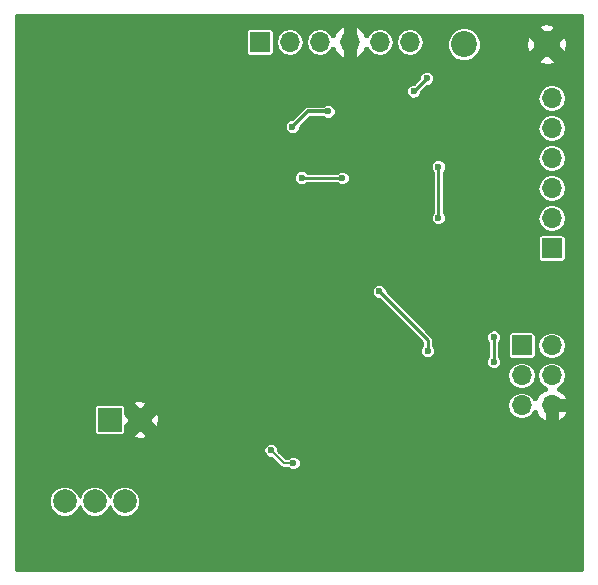
<source format=gbl>
%TF.GenerationSoftware,KiCad,Pcbnew,4.0.7*%
%TF.CreationDate,2018-10-18T17:54:17-04:00*%
%TF.ProjectId,GCEW_Glove,474345575F476C6F76652E6B69636164,1*%
%TF.FileFunction,Copper,L2,Bot,Signal*%
%FSLAX46Y46*%
G04 Gerber Fmt 4.6, Leading zero omitted, Abs format (unit mm)*
G04 Created by KiCad (PCBNEW 4.0.7) date 10/18/18 17:54:17*
%MOMM*%
%LPD*%
G01*
G04 APERTURE LIST*
%ADD10C,0.100000*%
%ADD11R,2.000000X2.000000*%
%ADD12C,2.000000*%
%ADD13R,1.700000X1.700000*%
%ADD14O,1.700000X1.700000*%
%ADD15C,2.200000*%
%ADD16C,0.600000*%
%ADD17C,0.200000*%
%ADD18C,0.300000*%
%ADD19C,0.250000*%
%ADD20C,0.254000*%
G04 APERTURE END LIST*
D10*
D11*
X138480000Y-134770000D03*
D12*
X141020000Y-134770000D03*
D13*
X173350000Y-128500000D03*
D14*
X175890000Y-128500000D03*
X173350000Y-131040000D03*
X175890000Y-131040000D03*
X173350000Y-133580000D03*
X175890000Y-133580000D03*
D13*
X175900000Y-120275000D03*
D14*
X175900000Y-117735000D03*
X175900000Y-115195000D03*
X175900000Y-112655000D03*
X175900000Y-110115000D03*
X175900000Y-107575000D03*
D12*
X137200000Y-141700000D03*
X139740000Y-141700000D03*
X134660000Y-141700000D03*
D15*
X168475000Y-103000000D03*
X175475000Y-103000000D03*
D13*
X151175000Y-102800000D03*
D14*
X153715000Y-102800000D03*
X156255000Y-102800000D03*
X158795000Y-102800000D03*
X161335000Y-102800000D03*
X163875000Y-102800000D03*
D16*
X154025000Y-138450000D03*
X152125000Y-137375000D03*
X156875000Y-136700000D03*
X150050000Y-136300000D03*
X150950000Y-136300000D03*
X149050000Y-136300000D03*
X155010000Y-137270000D03*
X153990000Y-137270000D03*
X155010000Y-135730000D03*
X153990000Y-135740000D03*
X157100000Y-123150000D03*
X162400000Y-122350000D03*
X157000000Y-144600000D03*
X153150000Y-112800000D03*
X149350000Y-142150000D03*
X154250000Y-130100000D03*
X155800000Y-131500000D03*
X154250000Y-132900000D03*
X163500000Y-109800000D03*
X173100000Y-110500000D03*
X171250000Y-123250000D03*
X172500000Y-121350000D03*
X153950000Y-109975000D03*
X156975000Y-108675000D03*
X165325000Y-105875000D03*
X164225000Y-106975000D03*
X158175000Y-114325000D03*
X154725000Y-114300000D03*
X171000000Y-127775000D03*
X171000000Y-129875000D03*
X165400000Y-128975000D03*
X161300000Y-123925000D03*
X166300000Y-113350000D03*
X166300000Y-117700000D03*
D17*
X153200000Y-138450000D02*
X154025000Y-138450000D01*
X152125000Y-137375000D02*
X153200000Y-138450000D01*
D18*
X153950000Y-109975000D02*
X155250000Y-108675000D01*
X155250000Y-108675000D02*
X156975000Y-108675000D01*
D19*
X164225000Y-106975000D02*
X165325000Y-105875000D01*
X154750000Y-114325000D02*
X158175000Y-114325000D01*
X154725000Y-114300000D02*
X154750000Y-114325000D01*
X171000000Y-129875000D02*
X171000000Y-127775000D01*
X165400000Y-128025000D02*
X165400000Y-128975000D01*
X161300000Y-123925000D02*
X165400000Y-128025000D01*
X166300000Y-115825000D02*
X166300000Y-113350000D01*
X166300000Y-117700000D02*
X166300000Y-115825000D01*
D20*
G36*
X178473000Y-147473000D02*
X130527000Y-147473000D01*
X130527000Y-141962798D01*
X133332771Y-141962798D01*
X133534369Y-142450703D01*
X133907334Y-142824319D01*
X134394885Y-143026769D01*
X134922798Y-143027229D01*
X135410703Y-142825631D01*
X135784319Y-142452666D01*
X135930109Y-142101567D01*
X136074369Y-142450703D01*
X136447334Y-142824319D01*
X136934885Y-143026769D01*
X137462798Y-143027229D01*
X137950703Y-142825631D01*
X138324319Y-142452666D01*
X138470109Y-142101567D01*
X138614369Y-142450703D01*
X138987334Y-142824319D01*
X139474885Y-143026769D01*
X140002798Y-143027229D01*
X140490703Y-142825631D01*
X140864319Y-142452666D01*
X141066769Y-141965115D01*
X141067229Y-141437202D01*
X140865631Y-140949297D01*
X140492666Y-140575681D01*
X140005115Y-140373231D01*
X139477202Y-140372771D01*
X138989297Y-140574369D01*
X138615681Y-140947334D01*
X138469891Y-141298433D01*
X138325631Y-140949297D01*
X137952666Y-140575681D01*
X137465115Y-140373231D01*
X136937202Y-140372771D01*
X136449297Y-140574369D01*
X136075681Y-140947334D01*
X135929891Y-141298433D01*
X135785631Y-140949297D01*
X135412666Y-140575681D01*
X134925115Y-140373231D01*
X134397202Y-140372771D01*
X133909297Y-140574369D01*
X133535681Y-140947334D01*
X133333231Y-141434885D01*
X133332771Y-141962798D01*
X130527000Y-141962798D01*
X130527000Y-137499171D01*
X151497891Y-137499171D01*
X151593145Y-137729703D01*
X151769369Y-137906235D01*
X151999735Y-138001891D01*
X152148151Y-138002021D01*
X152898063Y-138751932D01*
X152898065Y-138751935D01*
X152977038Y-138804703D01*
X153036594Y-138844497D01*
X153200000Y-138877001D01*
X153200005Y-138877000D01*
X153565316Y-138877000D01*
X153669369Y-138981235D01*
X153899735Y-139076891D01*
X154149171Y-139077109D01*
X154379703Y-138981855D01*
X154556235Y-138805631D01*
X154651891Y-138575265D01*
X154652109Y-138325829D01*
X154556855Y-138095297D01*
X154380631Y-137918765D01*
X154150265Y-137823109D01*
X153900829Y-137822891D01*
X153670297Y-137918145D01*
X153565259Y-138023000D01*
X153376869Y-138023000D01*
X152751980Y-137398111D01*
X152752109Y-137250829D01*
X152656855Y-137020297D01*
X152480631Y-136843765D01*
X152250265Y-136748109D01*
X152000829Y-136747891D01*
X151770297Y-136843145D01*
X151593765Y-137019369D01*
X151498109Y-137249735D01*
X151497891Y-137499171D01*
X130527000Y-137499171D01*
X130527000Y-136129763D01*
X140367344Y-136129763D01*
X140489764Y-136350458D01*
X141134941Y-136433065D01*
X141550236Y-136350458D01*
X141672656Y-136129763D01*
X141020000Y-135477107D01*
X140367344Y-136129763D01*
X130527000Y-136129763D01*
X130527000Y-133770000D01*
X137146594Y-133770000D01*
X137146594Y-135770000D01*
X137169395Y-135891179D01*
X137241012Y-136002474D01*
X137350286Y-136077138D01*
X137480000Y-136103406D01*
X139480000Y-136103406D01*
X139601179Y-136080605D01*
X139712474Y-136008988D01*
X139787138Y-135899714D01*
X139813406Y-135770000D01*
X139813406Y-135269487D01*
X140312893Y-134770000D01*
X141727107Y-134770000D01*
X142379763Y-135422656D01*
X142600458Y-135300236D01*
X142683065Y-134655059D01*
X142600458Y-134239764D01*
X142379763Y-134117344D01*
X141727107Y-134770000D01*
X140312893Y-134770000D01*
X139813406Y-134270513D01*
X139813406Y-133770000D01*
X139790605Y-133648821D01*
X139718988Y-133537526D01*
X139609714Y-133462862D01*
X139480000Y-133436594D01*
X137480000Y-133436594D01*
X137358821Y-133459395D01*
X137247526Y-133531012D01*
X137172862Y-133640286D01*
X137146594Y-133770000D01*
X130527000Y-133770000D01*
X130527000Y-133410237D01*
X140367344Y-133410237D01*
X141020000Y-134062893D01*
X141502893Y-133580000D01*
X172149941Y-133580000D01*
X172239535Y-134030418D01*
X172494676Y-134412265D01*
X172876523Y-134667406D01*
X173326941Y-134757000D01*
X173373059Y-134757000D01*
X173823477Y-134667406D01*
X174205324Y-134412265D01*
X174421989Y-134088002D01*
X174602159Y-134088002D01*
X174551119Y-134222356D01*
X174784155Y-134571175D01*
X175247639Y-134918915D01*
X175465000Y-134844168D01*
X175465000Y-134005000D01*
X176315000Y-134005000D01*
X176315000Y-134844168D01*
X176532361Y-134918915D01*
X176995845Y-134571175D01*
X177228881Y-134222356D01*
X177146310Y-134005000D01*
X176315000Y-134005000D01*
X175465000Y-134005000D01*
X175362000Y-134005000D01*
X175362000Y-133155000D01*
X175465000Y-133155000D01*
X175465000Y-133052000D01*
X176315000Y-133052000D01*
X176315000Y-133155000D01*
X177146310Y-133155000D01*
X177228881Y-132937644D01*
X176995845Y-132588825D01*
X176532361Y-132241085D01*
X176398002Y-132287289D01*
X176398002Y-132104337D01*
X176745324Y-131872265D01*
X177000465Y-131490418D01*
X177090059Y-131040000D01*
X177000465Y-130589582D01*
X176745324Y-130207735D01*
X176363477Y-129952594D01*
X175913059Y-129863000D01*
X175866941Y-129863000D01*
X175416523Y-129952594D01*
X175034676Y-130207735D01*
X174779535Y-130589582D01*
X174689941Y-131040000D01*
X174779535Y-131490418D01*
X175034676Y-131872265D01*
X175381998Y-132104337D01*
X175381998Y-132287289D01*
X175247639Y-132241085D01*
X174784155Y-132588825D01*
X174551119Y-132937644D01*
X174602159Y-133071998D01*
X174421989Y-133071998D01*
X174205324Y-132747735D01*
X173823477Y-132492594D01*
X173373059Y-132403000D01*
X173326941Y-132403000D01*
X172876523Y-132492594D01*
X172494676Y-132747735D01*
X172239535Y-133129582D01*
X172149941Y-133580000D01*
X141502893Y-133580000D01*
X141672656Y-133410237D01*
X141550236Y-133189542D01*
X140905059Y-133106935D01*
X140489764Y-133189542D01*
X140367344Y-133410237D01*
X130527000Y-133410237D01*
X130527000Y-131040000D01*
X172149941Y-131040000D01*
X172239535Y-131490418D01*
X172494676Y-131872265D01*
X172876523Y-132127406D01*
X173326941Y-132217000D01*
X173373059Y-132217000D01*
X173823477Y-132127406D01*
X174205324Y-131872265D01*
X174460465Y-131490418D01*
X174550059Y-131040000D01*
X174460465Y-130589582D01*
X174205324Y-130207735D01*
X173823477Y-129952594D01*
X173373059Y-129863000D01*
X173326941Y-129863000D01*
X172876523Y-129952594D01*
X172494676Y-130207735D01*
X172239535Y-130589582D01*
X172149941Y-131040000D01*
X130527000Y-131040000D01*
X130527000Y-124049171D01*
X160672891Y-124049171D01*
X160768145Y-124279703D01*
X160944369Y-124456235D01*
X161174735Y-124551891D01*
X161287766Y-124551990D01*
X164948000Y-128212225D01*
X164948000Y-128540272D01*
X164868765Y-128619369D01*
X164773109Y-128849735D01*
X164772891Y-129099171D01*
X164868145Y-129329703D01*
X165044369Y-129506235D01*
X165274735Y-129601891D01*
X165524171Y-129602109D01*
X165754703Y-129506855D01*
X165931235Y-129330631D01*
X166026891Y-129100265D01*
X166027109Y-128850829D01*
X165931855Y-128620297D01*
X165852000Y-128540302D01*
X165852000Y-128025000D01*
X165826972Y-127899171D01*
X170372891Y-127899171D01*
X170468145Y-128129703D01*
X170548000Y-128209698D01*
X170548000Y-129440272D01*
X170468765Y-129519369D01*
X170373109Y-129749735D01*
X170372891Y-129999171D01*
X170468145Y-130229703D01*
X170644369Y-130406235D01*
X170874735Y-130501891D01*
X171124171Y-130502109D01*
X171354703Y-130406855D01*
X171531235Y-130230631D01*
X171626891Y-130000265D01*
X171627109Y-129750829D01*
X171531855Y-129520297D01*
X171452000Y-129440302D01*
X171452000Y-128209728D01*
X171531235Y-128130631D01*
X171626891Y-127900265D01*
X171627109Y-127650829D01*
X171626767Y-127650000D01*
X172166594Y-127650000D01*
X172166594Y-129350000D01*
X172189395Y-129471179D01*
X172261012Y-129582474D01*
X172370286Y-129657138D01*
X172500000Y-129683406D01*
X174200000Y-129683406D01*
X174321179Y-129660605D01*
X174432474Y-129588988D01*
X174507138Y-129479714D01*
X174533406Y-129350000D01*
X174533406Y-128500000D01*
X174689941Y-128500000D01*
X174779535Y-128950418D01*
X175034676Y-129332265D01*
X175416523Y-129587406D01*
X175866941Y-129677000D01*
X175913059Y-129677000D01*
X176363477Y-129587406D01*
X176745324Y-129332265D01*
X177000465Y-128950418D01*
X177090059Y-128500000D01*
X177000465Y-128049582D01*
X176745324Y-127667735D01*
X176363477Y-127412594D01*
X175913059Y-127323000D01*
X175866941Y-127323000D01*
X175416523Y-127412594D01*
X175034676Y-127667735D01*
X174779535Y-128049582D01*
X174689941Y-128500000D01*
X174533406Y-128500000D01*
X174533406Y-127650000D01*
X174510605Y-127528821D01*
X174438988Y-127417526D01*
X174329714Y-127342862D01*
X174200000Y-127316594D01*
X172500000Y-127316594D01*
X172378821Y-127339395D01*
X172267526Y-127411012D01*
X172192862Y-127520286D01*
X172166594Y-127650000D01*
X171626767Y-127650000D01*
X171531855Y-127420297D01*
X171355631Y-127243765D01*
X171125265Y-127148109D01*
X170875829Y-127147891D01*
X170645297Y-127243145D01*
X170468765Y-127419369D01*
X170373109Y-127649735D01*
X170372891Y-127899171D01*
X165826972Y-127899171D01*
X165817594Y-127852027D01*
X165766126Y-127775000D01*
X165719613Y-127705388D01*
X161927011Y-123912787D01*
X161927109Y-123800829D01*
X161831855Y-123570297D01*
X161655631Y-123393765D01*
X161425265Y-123298109D01*
X161175829Y-123297891D01*
X160945297Y-123393145D01*
X160768765Y-123569369D01*
X160673109Y-123799735D01*
X160672891Y-124049171D01*
X130527000Y-124049171D01*
X130527000Y-119425000D01*
X174716594Y-119425000D01*
X174716594Y-121125000D01*
X174739395Y-121246179D01*
X174811012Y-121357474D01*
X174920286Y-121432138D01*
X175050000Y-121458406D01*
X176750000Y-121458406D01*
X176871179Y-121435605D01*
X176982474Y-121363988D01*
X177057138Y-121254714D01*
X177083406Y-121125000D01*
X177083406Y-119425000D01*
X177060605Y-119303821D01*
X176988988Y-119192526D01*
X176879714Y-119117862D01*
X176750000Y-119091594D01*
X175050000Y-119091594D01*
X174928821Y-119114395D01*
X174817526Y-119186012D01*
X174742862Y-119295286D01*
X174716594Y-119425000D01*
X130527000Y-119425000D01*
X130527000Y-114424171D01*
X154097891Y-114424171D01*
X154193145Y-114654703D01*
X154369369Y-114831235D01*
X154599735Y-114926891D01*
X154849171Y-114927109D01*
X155079703Y-114831855D01*
X155134654Y-114777000D01*
X157740272Y-114777000D01*
X157819369Y-114856235D01*
X158049735Y-114951891D01*
X158299171Y-114952109D01*
X158529703Y-114856855D01*
X158706235Y-114680631D01*
X158801891Y-114450265D01*
X158802109Y-114200829D01*
X158706855Y-113970297D01*
X158530631Y-113793765D01*
X158300265Y-113698109D01*
X158050829Y-113697891D01*
X157820297Y-113793145D01*
X157740302Y-113873000D01*
X155184684Y-113873000D01*
X155080631Y-113768765D01*
X154850265Y-113673109D01*
X154600829Y-113672891D01*
X154370297Y-113768145D01*
X154193765Y-113944369D01*
X154098109Y-114174735D01*
X154097891Y-114424171D01*
X130527000Y-114424171D01*
X130527000Y-113474171D01*
X165672891Y-113474171D01*
X165768145Y-113704703D01*
X165848000Y-113784698D01*
X165848000Y-117265272D01*
X165768765Y-117344369D01*
X165673109Y-117574735D01*
X165672891Y-117824171D01*
X165768145Y-118054703D01*
X165944369Y-118231235D01*
X166174735Y-118326891D01*
X166424171Y-118327109D01*
X166654703Y-118231855D01*
X166831235Y-118055631D01*
X166926891Y-117825265D01*
X166926969Y-117735000D01*
X174699941Y-117735000D01*
X174789535Y-118185418D01*
X175044676Y-118567265D01*
X175426523Y-118822406D01*
X175876941Y-118912000D01*
X175923059Y-118912000D01*
X176373477Y-118822406D01*
X176755324Y-118567265D01*
X177010465Y-118185418D01*
X177100059Y-117735000D01*
X177010465Y-117284582D01*
X176755324Y-116902735D01*
X176373477Y-116647594D01*
X175923059Y-116558000D01*
X175876941Y-116558000D01*
X175426523Y-116647594D01*
X175044676Y-116902735D01*
X174789535Y-117284582D01*
X174699941Y-117735000D01*
X166926969Y-117735000D01*
X166927109Y-117575829D01*
X166831855Y-117345297D01*
X166752000Y-117265302D01*
X166752000Y-115195000D01*
X174699941Y-115195000D01*
X174789535Y-115645418D01*
X175044676Y-116027265D01*
X175426523Y-116282406D01*
X175876941Y-116372000D01*
X175923059Y-116372000D01*
X176373477Y-116282406D01*
X176755324Y-116027265D01*
X177010465Y-115645418D01*
X177100059Y-115195000D01*
X177010465Y-114744582D01*
X176755324Y-114362735D01*
X176373477Y-114107594D01*
X175923059Y-114018000D01*
X175876941Y-114018000D01*
X175426523Y-114107594D01*
X175044676Y-114362735D01*
X174789535Y-114744582D01*
X174699941Y-115195000D01*
X166752000Y-115195000D01*
X166752000Y-113784728D01*
X166831235Y-113705631D01*
X166926891Y-113475265D01*
X166927109Y-113225829D01*
X166831855Y-112995297D01*
X166655631Y-112818765D01*
X166425265Y-112723109D01*
X166175829Y-112722891D01*
X165945297Y-112818145D01*
X165768765Y-112994369D01*
X165673109Y-113224735D01*
X165672891Y-113474171D01*
X130527000Y-113474171D01*
X130527000Y-112655000D01*
X174699941Y-112655000D01*
X174789535Y-113105418D01*
X175044676Y-113487265D01*
X175426523Y-113742406D01*
X175876941Y-113832000D01*
X175923059Y-113832000D01*
X176373477Y-113742406D01*
X176755324Y-113487265D01*
X177010465Y-113105418D01*
X177100059Y-112655000D01*
X177010465Y-112204582D01*
X176755324Y-111822735D01*
X176373477Y-111567594D01*
X175923059Y-111478000D01*
X175876941Y-111478000D01*
X175426523Y-111567594D01*
X175044676Y-111822735D01*
X174789535Y-112204582D01*
X174699941Y-112655000D01*
X130527000Y-112655000D01*
X130527000Y-110099171D01*
X153322891Y-110099171D01*
X153418145Y-110329703D01*
X153594369Y-110506235D01*
X153824735Y-110601891D01*
X154074171Y-110602109D01*
X154304703Y-110506855D01*
X154481235Y-110330631D01*
X154570772Y-110115000D01*
X174699941Y-110115000D01*
X174789535Y-110565418D01*
X175044676Y-110947265D01*
X175426523Y-111202406D01*
X175876941Y-111292000D01*
X175923059Y-111292000D01*
X176373477Y-111202406D01*
X176755324Y-110947265D01*
X177010465Y-110565418D01*
X177100059Y-110115000D01*
X177010465Y-109664582D01*
X176755324Y-109282735D01*
X176373477Y-109027594D01*
X175923059Y-108938000D01*
X175876941Y-108938000D01*
X175426523Y-109027594D01*
X175044676Y-109282735D01*
X174789535Y-109664582D01*
X174699941Y-110115000D01*
X154570772Y-110115000D01*
X154576891Y-110100265D01*
X154576959Y-110022621D01*
X155447580Y-109152000D01*
X156565229Y-109152000D01*
X156619369Y-109206235D01*
X156849735Y-109301891D01*
X157099171Y-109302109D01*
X157329703Y-109206855D01*
X157506235Y-109030631D01*
X157601891Y-108800265D01*
X157602109Y-108550829D01*
X157506855Y-108320297D01*
X157330631Y-108143765D01*
X157100265Y-108048109D01*
X156850829Y-108047891D01*
X156620297Y-108143145D01*
X156565346Y-108198000D01*
X155250000Y-108198000D01*
X155067460Y-108234309D01*
X154912710Y-108337710D01*
X153902462Y-109347958D01*
X153825829Y-109347891D01*
X153595297Y-109443145D01*
X153418765Y-109619369D01*
X153323109Y-109849735D01*
X153322891Y-110099171D01*
X130527000Y-110099171D01*
X130527000Y-107099171D01*
X163597891Y-107099171D01*
X163693145Y-107329703D01*
X163869369Y-107506235D01*
X164099735Y-107601891D01*
X164349171Y-107602109D01*
X164414779Y-107575000D01*
X174699941Y-107575000D01*
X174789535Y-108025418D01*
X175044676Y-108407265D01*
X175426523Y-108662406D01*
X175876941Y-108752000D01*
X175923059Y-108752000D01*
X176373477Y-108662406D01*
X176755324Y-108407265D01*
X177010465Y-108025418D01*
X177100059Y-107575000D01*
X177010465Y-107124582D01*
X176755324Y-106742735D01*
X176373477Y-106487594D01*
X175923059Y-106398000D01*
X175876941Y-106398000D01*
X175426523Y-106487594D01*
X175044676Y-106742735D01*
X174789535Y-107124582D01*
X174699941Y-107575000D01*
X164414779Y-107575000D01*
X164579703Y-107506855D01*
X164756235Y-107330631D01*
X164851891Y-107100265D01*
X164851990Y-106987234D01*
X165337213Y-106502011D01*
X165449171Y-106502109D01*
X165679703Y-106406855D01*
X165856235Y-106230631D01*
X165951891Y-106000265D01*
X165952109Y-105750829D01*
X165856855Y-105520297D01*
X165680631Y-105343765D01*
X165450265Y-105248109D01*
X165200829Y-105247891D01*
X164970297Y-105343145D01*
X164793765Y-105519369D01*
X164698109Y-105749735D01*
X164698010Y-105862766D01*
X164212787Y-106347989D01*
X164100829Y-106347891D01*
X163870297Y-106443145D01*
X163693765Y-106619369D01*
X163598109Y-106849735D01*
X163597891Y-107099171D01*
X130527000Y-107099171D01*
X130527000Y-104439676D01*
X174753745Y-104439676D01*
X174889990Y-104669459D01*
X175573395Y-104766252D01*
X176060010Y-104669459D01*
X176196255Y-104439676D01*
X175475000Y-103718420D01*
X174753745Y-104439676D01*
X130527000Y-104439676D01*
X130527000Y-101950000D01*
X149991594Y-101950000D01*
X149991594Y-103650000D01*
X150014395Y-103771179D01*
X150086012Y-103882474D01*
X150195286Y-103957138D01*
X150325000Y-103983406D01*
X152025000Y-103983406D01*
X152146179Y-103960605D01*
X152257474Y-103888988D01*
X152332138Y-103779714D01*
X152358406Y-103650000D01*
X152358406Y-102776941D01*
X152538000Y-102776941D01*
X152538000Y-102823059D01*
X152627594Y-103273477D01*
X152882735Y-103655324D01*
X153264582Y-103910465D01*
X153715000Y-104000059D01*
X154165418Y-103910465D01*
X154547265Y-103655324D01*
X154802406Y-103273477D01*
X154892000Y-102823059D01*
X154892000Y-102776941D01*
X155078000Y-102776941D01*
X155078000Y-102823059D01*
X155167594Y-103273477D01*
X155422735Y-103655324D01*
X155804582Y-103910465D01*
X156255000Y-104000059D01*
X156705418Y-103910465D01*
X157087265Y-103655324D01*
X157319337Y-103308002D01*
X157502289Y-103308002D01*
X157456085Y-103442361D01*
X157803825Y-103905845D01*
X158152644Y-104138881D01*
X158370000Y-104056310D01*
X158370000Y-103225000D01*
X158267000Y-103225000D01*
X158267000Y-102375000D01*
X158370000Y-102375000D01*
X158370000Y-101543690D01*
X159220000Y-101543690D01*
X159220000Y-102375000D01*
X159323000Y-102375000D01*
X159323000Y-103225000D01*
X159220000Y-103225000D01*
X159220000Y-104056310D01*
X159437356Y-104138881D01*
X159786175Y-103905845D01*
X160133915Y-103442361D01*
X160087711Y-103308002D01*
X160270663Y-103308002D01*
X160502735Y-103655324D01*
X160884582Y-103910465D01*
X161335000Y-104000059D01*
X161785418Y-103910465D01*
X162167265Y-103655324D01*
X162422406Y-103273477D01*
X162512000Y-102823059D01*
X162512000Y-102776941D01*
X162698000Y-102776941D01*
X162698000Y-102823059D01*
X162787594Y-103273477D01*
X163042735Y-103655324D01*
X163424582Y-103910465D01*
X163875000Y-104000059D01*
X164325418Y-103910465D01*
X164707265Y-103655324D01*
X164956308Y-103282603D01*
X167047752Y-103282603D01*
X167264543Y-103807275D01*
X167665614Y-104209047D01*
X168189907Y-104426752D01*
X168757603Y-104427248D01*
X169282275Y-104210457D01*
X169684047Y-103809386D01*
X169901752Y-103285093D01*
X169901915Y-103098395D01*
X173708748Y-103098395D01*
X173805541Y-103585010D01*
X174035324Y-103721255D01*
X174756580Y-103000000D01*
X176193420Y-103000000D01*
X176914676Y-103721255D01*
X177144459Y-103585010D01*
X177241252Y-102901605D01*
X177144459Y-102414990D01*
X176914676Y-102278745D01*
X176193420Y-103000000D01*
X174756580Y-103000000D01*
X174035324Y-102278745D01*
X173805541Y-102414990D01*
X173708748Y-103098395D01*
X169901915Y-103098395D01*
X169902248Y-102717397D01*
X169685457Y-102192725D01*
X169284386Y-101790953D01*
X168760093Y-101573248D01*
X168192397Y-101572752D01*
X167667725Y-101789543D01*
X167265953Y-102190614D01*
X167048248Y-102714907D01*
X167047752Y-103282603D01*
X164956308Y-103282603D01*
X164962406Y-103273477D01*
X165052000Y-102823059D01*
X165052000Y-102776941D01*
X164962406Y-102326523D01*
X164707265Y-101944676D01*
X164325418Y-101689535D01*
X163875000Y-101599941D01*
X163424582Y-101689535D01*
X163042735Y-101944676D01*
X162787594Y-102326523D01*
X162698000Y-102776941D01*
X162512000Y-102776941D01*
X162422406Y-102326523D01*
X162167265Y-101944676D01*
X161785418Y-101689535D01*
X161335000Y-101599941D01*
X160884582Y-101689535D01*
X160502735Y-101944676D01*
X160270663Y-102291998D01*
X160087711Y-102291998D01*
X160133915Y-102157639D01*
X159786175Y-101694155D01*
X159585851Y-101560324D01*
X174753745Y-101560324D01*
X175475000Y-102281580D01*
X176196255Y-101560324D01*
X176060010Y-101330541D01*
X175376605Y-101233748D01*
X174889990Y-101330541D01*
X174753745Y-101560324D01*
X159585851Y-101560324D01*
X159437356Y-101461119D01*
X159220000Y-101543690D01*
X158370000Y-101543690D01*
X158152644Y-101461119D01*
X157803825Y-101694155D01*
X157456085Y-102157639D01*
X157502289Y-102291998D01*
X157319337Y-102291998D01*
X157087265Y-101944676D01*
X156705418Y-101689535D01*
X156255000Y-101599941D01*
X155804582Y-101689535D01*
X155422735Y-101944676D01*
X155167594Y-102326523D01*
X155078000Y-102776941D01*
X154892000Y-102776941D01*
X154802406Y-102326523D01*
X154547265Y-101944676D01*
X154165418Y-101689535D01*
X153715000Y-101599941D01*
X153264582Y-101689535D01*
X152882735Y-101944676D01*
X152627594Y-102326523D01*
X152538000Y-102776941D01*
X152358406Y-102776941D01*
X152358406Y-101950000D01*
X152335605Y-101828821D01*
X152263988Y-101717526D01*
X152154714Y-101642862D01*
X152025000Y-101616594D01*
X150325000Y-101616594D01*
X150203821Y-101639395D01*
X150092526Y-101711012D01*
X150017862Y-101820286D01*
X149991594Y-101950000D01*
X130527000Y-101950000D01*
X130527000Y-100527000D01*
X178473000Y-100527000D01*
X178473000Y-147473000D01*
X178473000Y-147473000D01*
G37*
X178473000Y-147473000D02*
X130527000Y-147473000D01*
X130527000Y-141962798D01*
X133332771Y-141962798D01*
X133534369Y-142450703D01*
X133907334Y-142824319D01*
X134394885Y-143026769D01*
X134922798Y-143027229D01*
X135410703Y-142825631D01*
X135784319Y-142452666D01*
X135930109Y-142101567D01*
X136074369Y-142450703D01*
X136447334Y-142824319D01*
X136934885Y-143026769D01*
X137462798Y-143027229D01*
X137950703Y-142825631D01*
X138324319Y-142452666D01*
X138470109Y-142101567D01*
X138614369Y-142450703D01*
X138987334Y-142824319D01*
X139474885Y-143026769D01*
X140002798Y-143027229D01*
X140490703Y-142825631D01*
X140864319Y-142452666D01*
X141066769Y-141965115D01*
X141067229Y-141437202D01*
X140865631Y-140949297D01*
X140492666Y-140575681D01*
X140005115Y-140373231D01*
X139477202Y-140372771D01*
X138989297Y-140574369D01*
X138615681Y-140947334D01*
X138469891Y-141298433D01*
X138325631Y-140949297D01*
X137952666Y-140575681D01*
X137465115Y-140373231D01*
X136937202Y-140372771D01*
X136449297Y-140574369D01*
X136075681Y-140947334D01*
X135929891Y-141298433D01*
X135785631Y-140949297D01*
X135412666Y-140575681D01*
X134925115Y-140373231D01*
X134397202Y-140372771D01*
X133909297Y-140574369D01*
X133535681Y-140947334D01*
X133333231Y-141434885D01*
X133332771Y-141962798D01*
X130527000Y-141962798D01*
X130527000Y-137499171D01*
X151497891Y-137499171D01*
X151593145Y-137729703D01*
X151769369Y-137906235D01*
X151999735Y-138001891D01*
X152148151Y-138002021D01*
X152898063Y-138751932D01*
X152898065Y-138751935D01*
X152977038Y-138804703D01*
X153036594Y-138844497D01*
X153200000Y-138877001D01*
X153200005Y-138877000D01*
X153565316Y-138877000D01*
X153669369Y-138981235D01*
X153899735Y-139076891D01*
X154149171Y-139077109D01*
X154379703Y-138981855D01*
X154556235Y-138805631D01*
X154651891Y-138575265D01*
X154652109Y-138325829D01*
X154556855Y-138095297D01*
X154380631Y-137918765D01*
X154150265Y-137823109D01*
X153900829Y-137822891D01*
X153670297Y-137918145D01*
X153565259Y-138023000D01*
X153376869Y-138023000D01*
X152751980Y-137398111D01*
X152752109Y-137250829D01*
X152656855Y-137020297D01*
X152480631Y-136843765D01*
X152250265Y-136748109D01*
X152000829Y-136747891D01*
X151770297Y-136843145D01*
X151593765Y-137019369D01*
X151498109Y-137249735D01*
X151497891Y-137499171D01*
X130527000Y-137499171D01*
X130527000Y-136129763D01*
X140367344Y-136129763D01*
X140489764Y-136350458D01*
X141134941Y-136433065D01*
X141550236Y-136350458D01*
X141672656Y-136129763D01*
X141020000Y-135477107D01*
X140367344Y-136129763D01*
X130527000Y-136129763D01*
X130527000Y-133770000D01*
X137146594Y-133770000D01*
X137146594Y-135770000D01*
X137169395Y-135891179D01*
X137241012Y-136002474D01*
X137350286Y-136077138D01*
X137480000Y-136103406D01*
X139480000Y-136103406D01*
X139601179Y-136080605D01*
X139712474Y-136008988D01*
X139787138Y-135899714D01*
X139813406Y-135770000D01*
X139813406Y-135269487D01*
X140312893Y-134770000D01*
X141727107Y-134770000D01*
X142379763Y-135422656D01*
X142600458Y-135300236D01*
X142683065Y-134655059D01*
X142600458Y-134239764D01*
X142379763Y-134117344D01*
X141727107Y-134770000D01*
X140312893Y-134770000D01*
X139813406Y-134270513D01*
X139813406Y-133770000D01*
X139790605Y-133648821D01*
X139718988Y-133537526D01*
X139609714Y-133462862D01*
X139480000Y-133436594D01*
X137480000Y-133436594D01*
X137358821Y-133459395D01*
X137247526Y-133531012D01*
X137172862Y-133640286D01*
X137146594Y-133770000D01*
X130527000Y-133770000D01*
X130527000Y-133410237D01*
X140367344Y-133410237D01*
X141020000Y-134062893D01*
X141502893Y-133580000D01*
X172149941Y-133580000D01*
X172239535Y-134030418D01*
X172494676Y-134412265D01*
X172876523Y-134667406D01*
X173326941Y-134757000D01*
X173373059Y-134757000D01*
X173823477Y-134667406D01*
X174205324Y-134412265D01*
X174421989Y-134088002D01*
X174602159Y-134088002D01*
X174551119Y-134222356D01*
X174784155Y-134571175D01*
X175247639Y-134918915D01*
X175465000Y-134844168D01*
X175465000Y-134005000D01*
X176315000Y-134005000D01*
X176315000Y-134844168D01*
X176532361Y-134918915D01*
X176995845Y-134571175D01*
X177228881Y-134222356D01*
X177146310Y-134005000D01*
X176315000Y-134005000D01*
X175465000Y-134005000D01*
X175362000Y-134005000D01*
X175362000Y-133155000D01*
X175465000Y-133155000D01*
X175465000Y-133052000D01*
X176315000Y-133052000D01*
X176315000Y-133155000D01*
X177146310Y-133155000D01*
X177228881Y-132937644D01*
X176995845Y-132588825D01*
X176532361Y-132241085D01*
X176398002Y-132287289D01*
X176398002Y-132104337D01*
X176745324Y-131872265D01*
X177000465Y-131490418D01*
X177090059Y-131040000D01*
X177000465Y-130589582D01*
X176745324Y-130207735D01*
X176363477Y-129952594D01*
X175913059Y-129863000D01*
X175866941Y-129863000D01*
X175416523Y-129952594D01*
X175034676Y-130207735D01*
X174779535Y-130589582D01*
X174689941Y-131040000D01*
X174779535Y-131490418D01*
X175034676Y-131872265D01*
X175381998Y-132104337D01*
X175381998Y-132287289D01*
X175247639Y-132241085D01*
X174784155Y-132588825D01*
X174551119Y-132937644D01*
X174602159Y-133071998D01*
X174421989Y-133071998D01*
X174205324Y-132747735D01*
X173823477Y-132492594D01*
X173373059Y-132403000D01*
X173326941Y-132403000D01*
X172876523Y-132492594D01*
X172494676Y-132747735D01*
X172239535Y-133129582D01*
X172149941Y-133580000D01*
X141502893Y-133580000D01*
X141672656Y-133410237D01*
X141550236Y-133189542D01*
X140905059Y-133106935D01*
X140489764Y-133189542D01*
X140367344Y-133410237D01*
X130527000Y-133410237D01*
X130527000Y-131040000D01*
X172149941Y-131040000D01*
X172239535Y-131490418D01*
X172494676Y-131872265D01*
X172876523Y-132127406D01*
X173326941Y-132217000D01*
X173373059Y-132217000D01*
X173823477Y-132127406D01*
X174205324Y-131872265D01*
X174460465Y-131490418D01*
X174550059Y-131040000D01*
X174460465Y-130589582D01*
X174205324Y-130207735D01*
X173823477Y-129952594D01*
X173373059Y-129863000D01*
X173326941Y-129863000D01*
X172876523Y-129952594D01*
X172494676Y-130207735D01*
X172239535Y-130589582D01*
X172149941Y-131040000D01*
X130527000Y-131040000D01*
X130527000Y-124049171D01*
X160672891Y-124049171D01*
X160768145Y-124279703D01*
X160944369Y-124456235D01*
X161174735Y-124551891D01*
X161287766Y-124551990D01*
X164948000Y-128212225D01*
X164948000Y-128540272D01*
X164868765Y-128619369D01*
X164773109Y-128849735D01*
X164772891Y-129099171D01*
X164868145Y-129329703D01*
X165044369Y-129506235D01*
X165274735Y-129601891D01*
X165524171Y-129602109D01*
X165754703Y-129506855D01*
X165931235Y-129330631D01*
X166026891Y-129100265D01*
X166027109Y-128850829D01*
X165931855Y-128620297D01*
X165852000Y-128540302D01*
X165852000Y-128025000D01*
X165826972Y-127899171D01*
X170372891Y-127899171D01*
X170468145Y-128129703D01*
X170548000Y-128209698D01*
X170548000Y-129440272D01*
X170468765Y-129519369D01*
X170373109Y-129749735D01*
X170372891Y-129999171D01*
X170468145Y-130229703D01*
X170644369Y-130406235D01*
X170874735Y-130501891D01*
X171124171Y-130502109D01*
X171354703Y-130406855D01*
X171531235Y-130230631D01*
X171626891Y-130000265D01*
X171627109Y-129750829D01*
X171531855Y-129520297D01*
X171452000Y-129440302D01*
X171452000Y-128209728D01*
X171531235Y-128130631D01*
X171626891Y-127900265D01*
X171627109Y-127650829D01*
X171626767Y-127650000D01*
X172166594Y-127650000D01*
X172166594Y-129350000D01*
X172189395Y-129471179D01*
X172261012Y-129582474D01*
X172370286Y-129657138D01*
X172500000Y-129683406D01*
X174200000Y-129683406D01*
X174321179Y-129660605D01*
X174432474Y-129588988D01*
X174507138Y-129479714D01*
X174533406Y-129350000D01*
X174533406Y-128500000D01*
X174689941Y-128500000D01*
X174779535Y-128950418D01*
X175034676Y-129332265D01*
X175416523Y-129587406D01*
X175866941Y-129677000D01*
X175913059Y-129677000D01*
X176363477Y-129587406D01*
X176745324Y-129332265D01*
X177000465Y-128950418D01*
X177090059Y-128500000D01*
X177000465Y-128049582D01*
X176745324Y-127667735D01*
X176363477Y-127412594D01*
X175913059Y-127323000D01*
X175866941Y-127323000D01*
X175416523Y-127412594D01*
X175034676Y-127667735D01*
X174779535Y-128049582D01*
X174689941Y-128500000D01*
X174533406Y-128500000D01*
X174533406Y-127650000D01*
X174510605Y-127528821D01*
X174438988Y-127417526D01*
X174329714Y-127342862D01*
X174200000Y-127316594D01*
X172500000Y-127316594D01*
X172378821Y-127339395D01*
X172267526Y-127411012D01*
X172192862Y-127520286D01*
X172166594Y-127650000D01*
X171626767Y-127650000D01*
X171531855Y-127420297D01*
X171355631Y-127243765D01*
X171125265Y-127148109D01*
X170875829Y-127147891D01*
X170645297Y-127243145D01*
X170468765Y-127419369D01*
X170373109Y-127649735D01*
X170372891Y-127899171D01*
X165826972Y-127899171D01*
X165817594Y-127852027D01*
X165766126Y-127775000D01*
X165719613Y-127705388D01*
X161927011Y-123912787D01*
X161927109Y-123800829D01*
X161831855Y-123570297D01*
X161655631Y-123393765D01*
X161425265Y-123298109D01*
X161175829Y-123297891D01*
X160945297Y-123393145D01*
X160768765Y-123569369D01*
X160673109Y-123799735D01*
X160672891Y-124049171D01*
X130527000Y-124049171D01*
X130527000Y-119425000D01*
X174716594Y-119425000D01*
X174716594Y-121125000D01*
X174739395Y-121246179D01*
X174811012Y-121357474D01*
X174920286Y-121432138D01*
X175050000Y-121458406D01*
X176750000Y-121458406D01*
X176871179Y-121435605D01*
X176982474Y-121363988D01*
X177057138Y-121254714D01*
X177083406Y-121125000D01*
X177083406Y-119425000D01*
X177060605Y-119303821D01*
X176988988Y-119192526D01*
X176879714Y-119117862D01*
X176750000Y-119091594D01*
X175050000Y-119091594D01*
X174928821Y-119114395D01*
X174817526Y-119186012D01*
X174742862Y-119295286D01*
X174716594Y-119425000D01*
X130527000Y-119425000D01*
X130527000Y-114424171D01*
X154097891Y-114424171D01*
X154193145Y-114654703D01*
X154369369Y-114831235D01*
X154599735Y-114926891D01*
X154849171Y-114927109D01*
X155079703Y-114831855D01*
X155134654Y-114777000D01*
X157740272Y-114777000D01*
X157819369Y-114856235D01*
X158049735Y-114951891D01*
X158299171Y-114952109D01*
X158529703Y-114856855D01*
X158706235Y-114680631D01*
X158801891Y-114450265D01*
X158802109Y-114200829D01*
X158706855Y-113970297D01*
X158530631Y-113793765D01*
X158300265Y-113698109D01*
X158050829Y-113697891D01*
X157820297Y-113793145D01*
X157740302Y-113873000D01*
X155184684Y-113873000D01*
X155080631Y-113768765D01*
X154850265Y-113673109D01*
X154600829Y-113672891D01*
X154370297Y-113768145D01*
X154193765Y-113944369D01*
X154098109Y-114174735D01*
X154097891Y-114424171D01*
X130527000Y-114424171D01*
X130527000Y-113474171D01*
X165672891Y-113474171D01*
X165768145Y-113704703D01*
X165848000Y-113784698D01*
X165848000Y-117265272D01*
X165768765Y-117344369D01*
X165673109Y-117574735D01*
X165672891Y-117824171D01*
X165768145Y-118054703D01*
X165944369Y-118231235D01*
X166174735Y-118326891D01*
X166424171Y-118327109D01*
X166654703Y-118231855D01*
X166831235Y-118055631D01*
X166926891Y-117825265D01*
X166926969Y-117735000D01*
X174699941Y-117735000D01*
X174789535Y-118185418D01*
X175044676Y-118567265D01*
X175426523Y-118822406D01*
X175876941Y-118912000D01*
X175923059Y-118912000D01*
X176373477Y-118822406D01*
X176755324Y-118567265D01*
X177010465Y-118185418D01*
X177100059Y-117735000D01*
X177010465Y-117284582D01*
X176755324Y-116902735D01*
X176373477Y-116647594D01*
X175923059Y-116558000D01*
X175876941Y-116558000D01*
X175426523Y-116647594D01*
X175044676Y-116902735D01*
X174789535Y-117284582D01*
X174699941Y-117735000D01*
X166926969Y-117735000D01*
X166927109Y-117575829D01*
X166831855Y-117345297D01*
X166752000Y-117265302D01*
X166752000Y-115195000D01*
X174699941Y-115195000D01*
X174789535Y-115645418D01*
X175044676Y-116027265D01*
X175426523Y-116282406D01*
X175876941Y-116372000D01*
X175923059Y-116372000D01*
X176373477Y-116282406D01*
X176755324Y-116027265D01*
X177010465Y-115645418D01*
X177100059Y-115195000D01*
X177010465Y-114744582D01*
X176755324Y-114362735D01*
X176373477Y-114107594D01*
X175923059Y-114018000D01*
X175876941Y-114018000D01*
X175426523Y-114107594D01*
X175044676Y-114362735D01*
X174789535Y-114744582D01*
X174699941Y-115195000D01*
X166752000Y-115195000D01*
X166752000Y-113784728D01*
X166831235Y-113705631D01*
X166926891Y-113475265D01*
X166927109Y-113225829D01*
X166831855Y-112995297D01*
X166655631Y-112818765D01*
X166425265Y-112723109D01*
X166175829Y-112722891D01*
X165945297Y-112818145D01*
X165768765Y-112994369D01*
X165673109Y-113224735D01*
X165672891Y-113474171D01*
X130527000Y-113474171D01*
X130527000Y-112655000D01*
X174699941Y-112655000D01*
X174789535Y-113105418D01*
X175044676Y-113487265D01*
X175426523Y-113742406D01*
X175876941Y-113832000D01*
X175923059Y-113832000D01*
X176373477Y-113742406D01*
X176755324Y-113487265D01*
X177010465Y-113105418D01*
X177100059Y-112655000D01*
X177010465Y-112204582D01*
X176755324Y-111822735D01*
X176373477Y-111567594D01*
X175923059Y-111478000D01*
X175876941Y-111478000D01*
X175426523Y-111567594D01*
X175044676Y-111822735D01*
X174789535Y-112204582D01*
X174699941Y-112655000D01*
X130527000Y-112655000D01*
X130527000Y-110099171D01*
X153322891Y-110099171D01*
X153418145Y-110329703D01*
X153594369Y-110506235D01*
X153824735Y-110601891D01*
X154074171Y-110602109D01*
X154304703Y-110506855D01*
X154481235Y-110330631D01*
X154570772Y-110115000D01*
X174699941Y-110115000D01*
X174789535Y-110565418D01*
X175044676Y-110947265D01*
X175426523Y-111202406D01*
X175876941Y-111292000D01*
X175923059Y-111292000D01*
X176373477Y-111202406D01*
X176755324Y-110947265D01*
X177010465Y-110565418D01*
X177100059Y-110115000D01*
X177010465Y-109664582D01*
X176755324Y-109282735D01*
X176373477Y-109027594D01*
X175923059Y-108938000D01*
X175876941Y-108938000D01*
X175426523Y-109027594D01*
X175044676Y-109282735D01*
X174789535Y-109664582D01*
X174699941Y-110115000D01*
X154570772Y-110115000D01*
X154576891Y-110100265D01*
X154576959Y-110022621D01*
X155447580Y-109152000D01*
X156565229Y-109152000D01*
X156619369Y-109206235D01*
X156849735Y-109301891D01*
X157099171Y-109302109D01*
X157329703Y-109206855D01*
X157506235Y-109030631D01*
X157601891Y-108800265D01*
X157602109Y-108550829D01*
X157506855Y-108320297D01*
X157330631Y-108143765D01*
X157100265Y-108048109D01*
X156850829Y-108047891D01*
X156620297Y-108143145D01*
X156565346Y-108198000D01*
X155250000Y-108198000D01*
X155067460Y-108234309D01*
X154912710Y-108337710D01*
X153902462Y-109347958D01*
X153825829Y-109347891D01*
X153595297Y-109443145D01*
X153418765Y-109619369D01*
X153323109Y-109849735D01*
X153322891Y-110099171D01*
X130527000Y-110099171D01*
X130527000Y-107099171D01*
X163597891Y-107099171D01*
X163693145Y-107329703D01*
X163869369Y-107506235D01*
X164099735Y-107601891D01*
X164349171Y-107602109D01*
X164414779Y-107575000D01*
X174699941Y-107575000D01*
X174789535Y-108025418D01*
X175044676Y-108407265D01*
X175426523Y-108662406D01*
X175876941Y-108752000D01*
X175923059Y-108752000D01*
X176373477Y-108662406D01*
X176755324Y-108407265D01*
X177010465Y-108025418D01*
X177100059Y-107575000D01*
X177010465Y-107124582D01*
X176755324Y-106742735D01*
X176373477Y-106487594D01*
X175923059Y-106398000D01*
X175876941Y-106398000D01*
X175426523Y-106487594D01*
X175044676Y-106742735D01*
X174789535Y-107124582D01*
X174699941Y-107575000D01*
X164414779Y-107575000D01*
X164579703Y-107506855D01*
X164756235Y-107330631D01*
X164851891Y-107100265D01*
X164851990Y-106987234D01*
X165337213Y-106502011D01*
X165449171Y-106502109D01*
X165679703Y-106406855D01*
X165856235Y-106230631D01*
X165951891Y-106000265D01*
X165952109Y-105750829D01*
X165856855Y-105520297D01*
X165680631Y-105343765D01*
X165450265Y-105248109D01*
X165200829Y-105247891D01*
X164970297Y-105343145D01*
X164793765Y-105519369D01*
X164698109Y-105749735D01*
X164698010Y-105862766D01*
X164212787Y-106347989D01*
X164100829Y-106347891D01*
X163870297Y-106443145D01*
X163693765Y-106619369D01*
X163598109Y-106849735D01*
X163597891Y-107099171D01*
X130527000Y-107099171D01*
X130527000Y-104439676D01*
X174753745Y-104439676D01*
X174889990Y-104669459D01*
X175573395Y-104766252D01*
X176060010Y-104669459D01*
X176196255Y-104439676D01*
X175475000Y-103718420D01*
X174753745Y-104439676D01*
X130527000Y-104439676D01*
X130527000Y-101950000D01*
X149991594Y-101950000D01*
X149991594Y-103650000D01*
X150014395Y-103771179D01*
X150086012Y-103882474D01*
X150195286Y-103957138D01*
X150325000Y-103983406D01*
X152025000Y-103983406D01*
X152146179Y-103960605D01*
X152257474Y-103888988D01*
X152332138Y-103779714D01*
X152358406Y-103650000D01*
X152358406Y-102776941D01*
X152538000Y-102776941D01*
X152538000Y-102823059D01*
X152627594Y-103273477D01*
X152882735Y-103655324D01*
X153264582Y-103910465D01*
X153715000Y-104000059D01*
X154165418Y-103910465D01*
X154547265Y-103655324D01*
X154802406Y-103273477D01*
X154892000Y-102823059D01*
X154892000Y-102776941D01*
X155078000Y-102776941D01*
X155078000Y-102823059D01*
X155167594Y-103273477D01*
X155422735Y-103655324D01*
X155804582Y-103910465D01*
X156255000Y-104000059D01*
X156705418Y-103910465D01*
X157087265Y-103655324D01*
X157319337Y-103308002D01*
X157502289Y-103308002D01*
X157456085Y-103442361D01*
X157803825Y-103905845D01*
X158152644Y-104138881D01*
X158370000Y-104056310D01*
X158370000Y-103225000D01*
X158267000Y-103225000D01*
X158267000Y-102375000D01*
X158370000Y-102375000D01*
X158370000Y-101543690D01*
X159220000Y-101543690D01*
X159220000Y-102375000D01*
X159323000Y-102375000D01*
X159323000Y-103225000D01*
X159220000Y-103225000D01*
X159220000Y-104056310D01*
X159437356Y-104138881D01*
X159786175Y-103905845D01*
X160133915Y-103442361D01*
X160087711Y-103308002D01*
X160270663Y-103308002D01*
X160502735Y-103655324D01*
X160884582Y-103910465D01*
X161335000Y-104000059D01*
X161785418Y-103910465D01*
X162167265Y-103655324D01*
X162422406Y-103273477D01*
X162512000Y-102823059D01*
X162512000Y-102776941D01*
X162698000Y-102776941D01*
X162698000Y-102823059D01*
X162787594Y-103273477D01*
X163042735Y-103655324D01*
X163424582Y-103910465D01*
X163875000Y-104000059D01*
X164325418Y-103910465D01*
X164707265Y-103655324D01*
X164956308Y-103282603D01*
X167047752Y-103282603D01*
X167264543Y-103807275D01*
X167665614Y-104209047D01*
X168189907Y-104426752D01*
X168757603Y-104427248D01*
X169282275Y-104210457D01*
X169684047Y-103809386D01*
X169901752Y-103285093D01*
X169901915Y-103098395D01*
X173708748Y-103098395D01*
X173805541Y-103585010D01*
X174035324Y-103721255D01*
X174756580Y-103000000D01*
X176193420Y-103000000D01*
X176914676Y-103721255D01*
X177144459Y-103585010D01*
X177241252Y-102901605D01*
X177144459Y-102414990D01*
X176914676Y-102278745D01*
X176193420Y-103000000D01*
X174756580Y-103000000D01*
X174035324Y-102278745D01*
X173805541Y-102414990D01*
X173708748Y-103098395D01*
X169901915Y-103098395D01*
X169902248Y-102717397D01*
X169685457Y-102192725D01*
X169284386Y-101790953D01*
X168760093Y-101573248D01*
X168192397Y-101572752D01*
X167667725Y-101789543D01*
X167265953Y-102190614D01*
X167048248Y-102714907D01*
X167047752Y-103282603D01*
X164956308Y-103282603D01*
X164962406Y-103273477D01*
X165052000Y-102823059D01*
X165052000Y-102776941D01*
X164962406Y-102326523D01*
X164707265Y-101944676D01*
X164325418Y-101689535D01*
X163875000Y-101599941D01*
X163424582Y-101689535D01*
X163042735Y-101944676D01*
X162787594Y-102326523D01*
X162698000Y-102776941D01*
X162512000Y-102776941D01*
X162422406Y-102326523D01*
X162167265Y-101944676D01*
X161785418Y-101689535D01*
X161335000Y-101599941D01*
X160884582Y-101689535D01*
X160502735Y-101944676D01*
X160270663Y-102291998D01*
X160087711Y-102291998D01*
X160133915Y-102157639D01*
X159786175Y-101694155D01*
X159585851Y-101560324D01*
X174753745Y-101560324D01*
X175475000Y-102281580D01*
X176196255Y-101560324D01*
X176060010Y-101330541D01*
X175376605Y-101233748D01*
X174889990Y-101330541D01*
X174753745Y-101560324D01*
X159585851Y-101560324D01*
X159437356Y-101461119D01*
X159220000Y-101543690D01*
X158370000Y-101543690D01*
X158152644Y-101461119D01*
X157803825Y-101694155D01*
X157456085Y-102157639D01*
X157502289Y-102291998D01*
X157319337Y-102291998D01*
X157087265Y-101944676D01*
X156705418Y-101689535D01*
X156255000Y-101599941D01*
X155804582Y-101689535D01*
X155422735Y-101944676D01*
X155167594Y-102326523D01*
X155078000Y-102776941D01*
X154892000Y-102776941D01*
X154802406Y-102326523D01*
X154547265Y-101944676D01*
X154165418Y-101689535D01*
X153715000Y-101599941D01*
X153264582Y-101689535D01*
X152882735Y-101944676D01*
X152627594Y-102326523D01*
X152538000Y-102776941D01*
X152358406Y-102776941D01*
X152358406Y-101950000D01*
X152335605Y-101828821D01*
X152263988Y-101717526D01*
X152154714Y-101642862D01*
X152025000Y-101616594D01*
X150325000Y-101616594D01*
X150203821Y-101639395D01*
X150092526Y-101711012D01*
X150017862Y-101820286D01*
X149991594Y-101950000D01*
X130527000Y-101950000D01*
X130527000Y-100527000D01*
X178473000Y-100527000D01*
X178473000Y-147473000D01*
M02*

</source>
